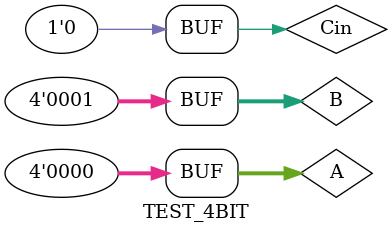
<source format=v>
`timescale 1ns / 1ps


module TEST_4BIT;

	// Inputs
	reg [3:0] A;
	reg [3:0] B;
	reg Cin;

	// Outputs
	wire [3:0] z;
	wire Cout;

	// Instantiate the Unit Under Test (UUT)
	FourBitAdder uut (
		.A(A), 
		.B(B), 
		.Cin(Cin), 
		.z(z), 
		.Cout(Cout)
	);

	initial begin
		// Initialize Inputs
		A = {1,1,0,0};
		B = {1,0,1,1};
		Cin = 0;

		// Wait 100 ns for global reset to finish
		#100;
        
		// Add stimulus here

	end
      
endmodule


</source>
